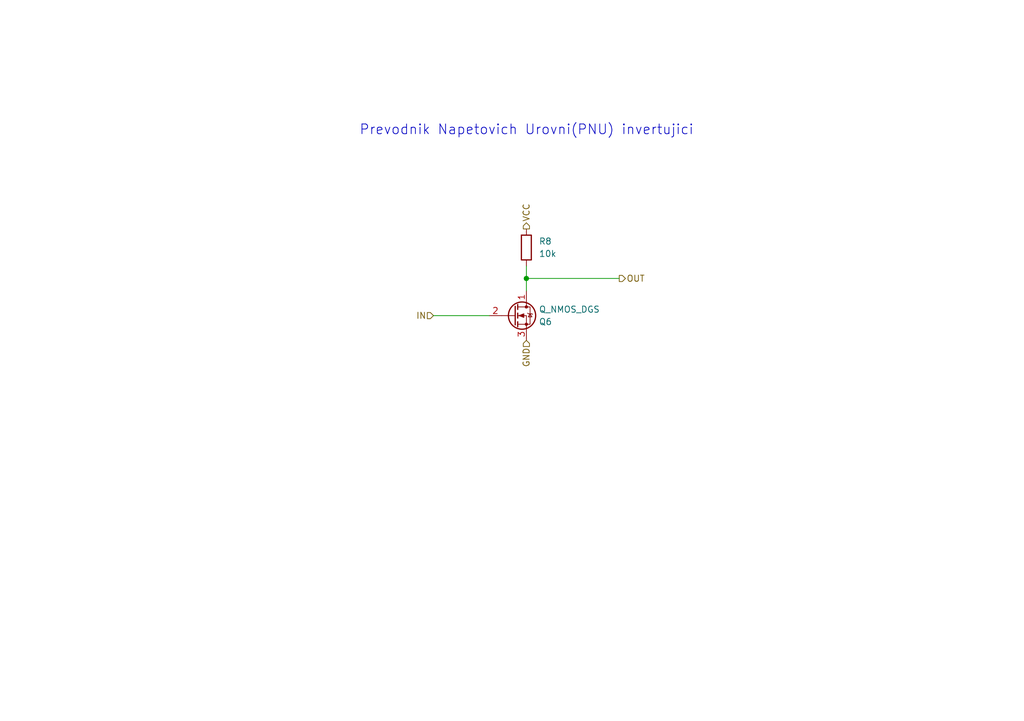
<source format=kicad_sch>
(kicad_sch (version 20230121) (generator eeschema)
  (paper "A5")
  (lib_symbols
    (symbol "Device:Q_NMOS_DGS" (pin_names (offset 0) hide)
      (property "Reference" "Q" (at 5.08 1.27 0))
      (property "Value" "Q_NMOS_DGS" (at 5.08 -1.27 0))
      (symbol "Q_NMOS_DGS_0_1"
        (polyline (pts (xy 0.254 0) (xy -2.54 0)))
        (polyline (pts (xy 0.254 1.905) (xy 0.254 -1.905)) (stroke (width 0.254)))
        (polyline (pts (xy 0.762 -1.27) (xy 0.762 -2.286)) (stroke (width 0.254)))
        (polyline (pts (xy 0.762 0.508) (xy 0.762 -0.508)) (stroke (width 0.254)))
        (polyline (pts (xy 0.762 2.286) (xy 0.762 1.27)) (stroke (width 0.254)))
        (polyline (pts (xy 2.54 2.54) (xy 2.54 1.778)))
        (polyline (pts (xy 2.54 -2.54) (xy 2.54 0) (xy 0.762 0)))
        (polyline (pts (xy 0.762 -1.778) (xy 3.302 -1.778) (xy 3.302 1.778) (xy 0.762 1.778)))
        (polyline (pts (xy 1.016 0) (xy 2.032 0.381) (xy 2.032 -0.381) (xy 1.016 0)) (fill (type outline)))
        (polyline (pts (xy 2.794 0.508) (xy 2.921 0.381) (xy 3.683 0.381) (xy 3.81 0.254)))
        (polyline (pts (xy 3.302 0.381) (xy 2.921 -0.254) (xy 3.683 -0.254) (xy 3.302 0.381)))
        (circle (center 1.651 0) (radius 2.794) (stroke (width 0.254)))
        (circle (center 2.54 -1.778) (radius 0.254) (fill (type outline)))
        (circle (center 2.54 1.778) (radius 0.254) (fill (type outline)))
      )
      (symbol "Q_NMOS_DGS_1_1"
        (pin passive line (at 2.54 5.08 270) (length 2.54) (name "D") (number "1"))
        (pin input line (at -5.08 0 0) (length 2.54) (name "G") (number "2"))
        (pin passive line (at 2.54 -5.08 90) (length 2.54) (name "S") (number "3"))
      )
    )
    (symbol "Device:R" (pin_numbers hide) (pin_names (offset 0))
      (property "Reference" "R" (at 2.032 0 90))
      (property "Value" "R" (at 0 0 90))
      (symbol "R_0_1"
        (rectangle (start -1.016 -2.54) (end 1.016 2.54) (stroke (width 0.254)))
      )
      (symbol "R_1_1"
        (pin passive line (at 0 3.81 270) (length 1.27) (name "~") (number "1"))
        (pin passive line (at 0 -3.81 90) (length 1.27) (name "~") (number "2"))
      )
    )
  )
  (junction (at 107.95 57.15))
  (wire (pts (xy 107.95 57.15) (xy 107.95 59.69)))
  (wire (pts (xy 107.95 54.61) (xy 107.95 57.15)))
  (wire (pts (xy 88.9 64.77) (xy 100.33 64.77)))
  (wire (pts (xy 107.95 57.15) (xy 127 57.15)))
  (text "Prevodnik Napetovich Urovni(PNU) invertujici" (at 73.66 27.94 0) (effects (font (size 2 2)) (justify left bottom)))
  (hierarchical_label "GND" (shape input) (at 107.95 69.85 270))
  (hierarchical_label "OUT" (shape output) (at 127 57.15 0))
  (hierarchical_label "VCC" (shape output) (at 107.95 46.99 90))
  (hierarchical_label "IN" (shape input) (at 88.9 64.77 180))
  (symbol (lib_id "Device:Q_NMOS_DGS") (at 105.41 64.77 0) (unit 1)
    (property "Reference" "Q6" (at 110.49 66.04 0) (effects (justify left)))
    (property "Value" "Q_NMOS_DGS" (at 110.49 63.5 0) (effects (justify left)))
    (property "Footprint" "Package_TO_SOT_SMD:SOT-23" (effects hide))
    (property "Datasheet" "https://datasheet.lcsc.com/lcsc/1811081213_Alpha---Omega-Semicon-AO3400A_C20917.pdf" (effects hide))
    (property "LCSC" "C504051" (effects hide))
    (property "Basic/Extended" "B" (effects hide))
    (instances (project "ZakladniElektronika" (path "" (reference "Q6") (unit 1)) (path "" (reference "Q9") (unit 1)) (path "" (reference "Q9") (unit 1)) (path "" (reference "Q10") (unit 1)) (path "" (reference "Q11") (unit 1)) (path "" (reference "Q12") (unit 1)) (path "" (reference "Q13") (unit 1)) (path "" (reference "Q14") (unit 1)) (path "" (reference "Q8") (unit 1))) (project "Zdroj" (path "" (reference "Q4") (unit 1))) (project "RB3203" (path "" (reference "Q?") (unit 1))))
  )
  (symbol (lib_id "Device:R") (at 107.95 50.8 0) (unit 1)
    (property "Reference" "R8" (at 110.49 49.53 0) (effects (justify left)))
    (property "Value" "10k" (at 110.49 52.07 0) (effects (justify left)))
    (property "Footprint" "Resistor_SMD:R_0402_1005Metric" (effects hide))
    (property "LCSC" "C25744" (effects hide))
    (property "JLCPCB_CORRECTION" "0;0;0" (effects hide))
    (instances (project "ZakladniElektronika" (path "" (reference "R8") (unit 1)) (path "" (reference "R35") (unit 1)) (path "" (reference "R35") (unit 1)) (path "" (reference "R36") (unit 1)) (path "" (reference "R37") (unit 1)) (path "" (reference "R38") (unit 1)) (path "" (reference "R39") (unit 1)) (path "" (reference "R40") (unit 1)) (path "" (reference "R33") (unit 1))) (project "RB3203" (path "" (reference "R?") (unit 1))))
  )
)
</source>
